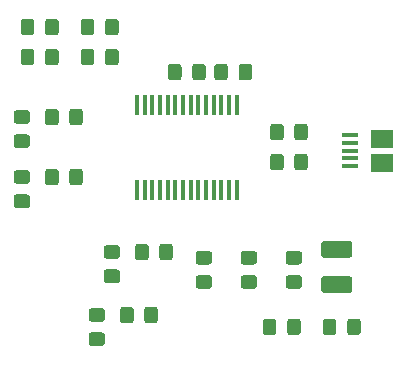
<source format=gbr>
%TF.GenerationSoftware,KiCad,Pcbnew,(5.1.6)-1*%
%TF.CreationDate,2020-08-24T13:49:57+03:00*%
%TF.ProjectId,PC1600SIO,50433136-3030-4534-994f-2e6b69636164,rev?*%
%TF.SameCoordinates,Original*%
%TF.FileFunction,Paste,Top*%
%TF.FilePolarity,Positive*%
%FSLAX46Y46*%
G04 Gerber Fmt 4.6, Leading zero omitted, Abs format (unit mm)*
G04 Created by KiCad (PCBNEW (5.1.6)-1) date 2020-08-24 13:49:57*
%MOMM*%
%LPD*%
G01*
G04 APERTURE LIST*
%ADD10R,0.450000X1.750000*%
%ADD11R,1.900000X1.500000*%
%ADD12R,1.350000X0.400000*%
G04 APERTURE END LIST*
D10*
%TO.C,U1*%
X120235000Y-120860000D03*
X120885000Y-120860000D03*
X121535000Y-120860000D03*
X122185000Y-120860000D03*
X122835000Y-120860000D03*
X123485000Y-120860000D03*
X124135000Y-120860000D03*
X124785000Y-120860000D03*
X125435000Y-120860000D03*
X126085000Y-120860000D03*
X126735000Y-120860000D03*
X127385000Y-120860000D03*
X128035000Y-120860000D03*
X128685000Y-120860000D03*
X128685000Y-128060000D03*
X128035000Y-128060000D03*
X127385000Y-128060000D03*
X126735000Y-128060000D03*
X126085000Y-128060000D03*
X125435000Y-128060000D03*
X124785000Y-128060000D03*
X124135000Y-128060000D03*
X123485000Y-128060000D03*
X122835000Y-128060000D03*
X122185000Y-128060000D03*
X121535000Y-128060000D03*
X120885000Y-128060000D03*
X120235000Y-128060000D03*
%TD*%
%TO.C,R13*%
G36*
G01*
X116635000Y-113849999D02*
X116635000Y-114750001D01*
G75*
G02*
X116385001Y-115000000I-249999J0D01*
G01*
X115734999Y-115000000D01*
G75*
G02*
X115485000Y-114750001I0J249999D01*
G01*
X115485000Y-113849999D01*
G75*
G02*
X115734999Y-113600000I249999J0D01*
G01*
X116385001Y-113600000D01*
G75*
G02*
X116635000Y-113849999I0J-249999D01*
G01*
G37*
G36*
G01*
X118685000Y-113849999D02*
X118685000Y-114750001D01*
G75*
G02*
X118435001Y-115000000I-249999J0D01*
G01*
X117784999Y-115000000D01*
G75*
G02*
X117535000Y-114750001I0J249999D01*
G01*
X117535000Y-113849999D01*
G75*
G02*
X117784999Y-113600000I249999J0D01*
G01*
X118435001Y-113600000D01*
G75*
G02*
X118685000Y-113849999I0J-249999D01*
G01*
G37*
%TD*%
%TO.C,R12*%
G36*
G01*
X116635000Y-116389999D02*
X116635000Y-117290001D01*
G75*
G02*
X116385001Y-117540000I-249999J0D01*
G01*
X115734999Y-117540000D01*
G75*
G02*
X115485000Y-117290001I0J249999D01*
G01*
X115485000Y-116389999D01*
G75*
G02*
X115734999Y-116140000I249999J0D01*
G01*
X116385001Y-116140000D01*
G75*
G02*
X116635000Y-116389999I0J-249999D01*
G01*
G37*
G36*
G01*
X118685000Y-116389999D02*
X118685000Y-117290001D01*
G75*
G02*
X118435001Y-117540000I-249999J0D01*
G01*
X117784999Y-117540000D01*
G75*
G02*
X117535000Y-117290001I0J249999D01*
G01*
X117535000Y-116389999D01*
G75*
G02*
X117784999Y-116140000I249999J0D01*
G01*
X118435001Y-116140000D01*
G75*
G02*
X118685000Y-116389999I0J-249999D01*
G01*
G37*
%TD*%
%TO.C,R11*%
G36*
G01*
X132948000Y-140142001D02*
X132948000Y-139241999D01*
G75*
G02*
X133197999Y-138992000I249999J0D01*
G01*
X133848001Y-138992000D01*
G75*
G02*
X134098000Y-139241999I0J-249999D01*
G01*
X134098000Y-140142001D01*
G75*
G02*
X133848001Y-140392000I-249999J0D01*
G01*
X133197999Y-140392000D01*
G75*
G02*
X132948000Y-140142001I0J249999D01*
G01*
G37*
G36*
G01*
X130898000Y-140142001D02*
X130898000Y-139241999D01*
G75*
G02*
X131147999Y-138992000I249999J0D01*
G01*
X131798001Y-138992000D01*
G75*
G02*
X132048000Y-139241999I0J-249999D01*
G01*
X132048000Y-140142001D01*
G75*
G02*
X131798001Y-140392000I-249999J0D01*
G01*
X131147999Y-140392000D01*
G75*
G02*
X130898000Y-140142001I0J249999D01*
G01*
G37*
%TD*%
%TO.C,R10*%
G36*
G01*
X133555000Y-126180001D02*
X133555000Y-125279999D01*
G75*
G02*
X133804999Y-125030000I249999J0D01*
G01*
X134455001Y-125030000D01*
G75*
G02*
X134705000Y-125279999I0J-249999D01*
G01*
X134705000Y-126180001D01*
G75*
G02*
X134455001Y-126430000I-249999J0D01*
G01*
X133804999Y-126430000D01*
G75*
G02*
X133555000Y-126180001I0J249999D01*
G01*
G37*
G36*
G01*
X131505000Y-126180001D02*
X131505000Y-125279999D01*
G75*
G02*
X131754999Y-125030000I249999J0D01*
G01*
X132405001Y-125030000D01*
G75*
G02*
X132655000Y-125279999I0J-249999D01*
G01*
X132655000Y-126180001D01*
G75*
G02*
X132405001Y-126430000I-249999J0D01*
G01*
X131754999Y-126430000D01*
G75*
G02*
X131505000Y-126180001I0J249999D01*
G01*
G37*
%TD*%
%TO.C,R9*%
G36*
G01*
X133555000Y-123640001D02*
X133555000Y-122739999D01*
G75*
G02*
X133804999Y-122490000I249999J0D01*
G01*
X134455001Y-122490000D01*
G75*
G02*
X134705000Y-122739999I0J-249999D01*
G01*
X134705000Y-123640001D01*
G75*
G02*
X134455001Y-123890000I-249999J0D01*
G01*
X133804999Y-123890000D01*
G75*
G02*
X133555000Y-123640001I0J249999D01*
G01*
G37*
G36*
G01*
X131505000Y-123640001D02*
X131505000Y-122739999D01*
G75*
G02*
X131754999Y-122490000I249999J0D01*
G01*
X132405001Y-122490000D01*
G75*
G02*
X132655000Y-122739999I0J-249999D01*
G01*
X132655000Y-123640001D01*
G75*
G02*
X132405001Y-123890000I-249999J0D01*
G01*
X131754999Y-123890000D01*
G75*
G02*
X131505000Y-123640001I0J249999D01*
G01*
G37*
%TD*%
%TO.C,R8*%
G36*
G01*
X117659999Y-134825000D02*
X118560001Y-134825000D01*
G75*
G02*
X118810000Y-135074999I0J-249999D01*
G01*
X118810000Y-135725001D01*
G75*
G02*
X118560001Y-135975000I-249999J0D01*
G01*
X117659999Y-135975000D01*
G75*
G02*
X117410000Y-135725001I0J249999D01*
G01*
X117410000Y-135074999D01*
G75*
G02*
X117659999Y-134825000I249999J0D01*
G01*
G37*
G36*
G01*
X117659999Y-132775000D02*
X118560001Y-132775000D01*
G75*
G02*
X118810000Y-133024999I0J-249999D01*
G01*
X118810000Y-133675001D01*
G75*
G02*
X118560001Y-133925000I-249999J0D01*
G01*
X117659999Y-133925000D01*
G75*
G02*
X117410000Y-133675001I0J249999D01*
G01*
X117410000Y-133024999D01*
G75*
G02*
X117659999Y-132775000I249999J0D01*
G01*
G37*
%TD*%
%TO.C,R7*%
G36*
G01*
X116389999Y-140150000D02*
X117290001Y-140150000D01*
G75*
G02*
X117540000Y-140399999I0J-249999D01*
G01*
X117540000Y-141050001D01*
G75*
G02*
X117290001Y-141300000I-249999J0D01*
G01*
X116389999Y-141300000D01*
G75*
G02*
X116140000Y-141050001I0J249999D01*
G01*
X116140000Y-140399999D01*
G75*
G02*
X116389999Y-140150000I249999J0D01*
G01*
G37*
G36*
G01*
X116389999Y-138100000D02*
X117290001Y-138100000D01*
G75*
G02*
X117540000Y-138349999I0J-249999D01*
G01*
X117540000Y-139000001D01*
G75*
G02*
X117290001Y-139250000I-249999J0D01*
G01*
X116389999Y-139250000D01*
G75*
G02*
X116140000Y-139000001I0J249999D01*
G01*
X116140000Y-138349999D01*
G75*
G02*
X116389999Y-138100000I249999J0D01*
G01*
G37*
%TD*%
%TO.C,R6*%
G36*
G01*
X110039999Y-128475000D02*
X110940001Y-128475000D01*
G75*
G02*
X111190000Y-128724999I0J-249999D01*
G01*
X111190000Y-129375001D01*
G75*
G02*
X110940001Y-129625000I-249999J0D01*
G01*
X110039999Y-129625000D01*
G75*
G02*
X109790000Y-129375001I0J249999D01*
G01*
X109790000Y-128724999D01*
G75*
G02*
X110039999Y-128475000I249999J0D01*
G01*
G37*
G36*
G01*
X110039999Y-126425000D02*
X110940001Y-126425000D01*
G75*
G02*
X111190000Y-126674999I0J-249999D01*
G01*
X111190000Y-127325001D01*
G75*
G02*
X110940001Y-127575000I-249999J0D01*
G01*
X110039999Y-127575000D01*
G75*
G02*
X109790000Y-127325001I0J249999D01*
G01*
X109790000Y-126674999D01*
G75*
G02*
X110039999Y-126425000I249999J0D01*
G01*
G37*
%TD*%
%TO.C,R5*%
G36*
G01*
X110039999Y-123386000D02*
X110940001Y-123386000D01*
G75*
G02*
X111190000Y-123635999I0J-249999D01*
G01*
X111190000Y-124286001D01*
G75*
G02*
X110940001Y-124536000I-249999J0D01*
G01*
X110039999Y-124536000D01*
G75*
G02*
X109790000Y-124286001I0J249999D01*
G01*
X109790000Y-123635999D01*
G75*
G02*
X110039999Y-123386000I249999J0D01*
G01*
G37*
G36*
G01*
X110039999Y-121336000D02*
X110940001Y-121336000D01*
G75*
G02*
X111190000Y-121585999I0J-249999D01*
G01*
X111190000Y-122236001D01*
G75*
G02*
X110940001Y-122486000I-249999J0D01*
G01*
X110039999Y-122486000D01*
G75*
G02*
X109790000Y-122236001I0J249999D01*
G01*
X109790000Y-121585999D01*
G75*
G02*
X110039999Y-121336000I249999J0D01*
G01*
G37*
%TD*%
%TO.C,R4*%
G36*
G01*
X121225000Y-132899999D02*
X121225000Y-133800001D01*
G75*
G02*
X120975001Y-134050000I-249999J0D01*
G01*
X120324999Y-134050000D01*
G75*
G02*
X120075000Y-133800001I0J249999D01*
G01*
X120075000Y-132899999D01*
G75*
G02*
X120324999Y-132650000I249999J0D01*
G01*
X120975001Y-132650000D01*
G75*
G02*
X121225000Y-132899999I0J-249999D01*
G01*
G37*
G36*
G01*
X123275000Y-132899999D02*
X123275000Y-133800001D01*
G75*
G02*
X123025001Y-134050000I-249999J0D01*
G01*
X122374999Y-134050000D01*
G75*
G02*
X122125000Y-133800001I0J249999D01*
G01*
X122125000Y-132899999D01*
G75*
G02*
X122374999Y-132650000I249999J0D01*
G01*
X123025001Y-132650000D01*
G75*
G02*
X123275000Y-132899999I0J-249999D01*
G01*
G37*
%TD*%
%TO.C,R3*%
G36*
G01*
X119955000Y-138233999D02*
X119955000Y-139134001D01*
G75*
G02*
X119705001Y-139384000I-249999J0D01*
G01*
X119054999Y-139384000D01*
G75*
G02*
X118805000Y-139134001I0J249999D01*
G01*
X118805000Y-138233999D01*
G75*
G02*
X119054999Y-137984000I249999J0D01*
G01*
X119705001Y-137984000D01*
G75*
G02*
X119955000Y-138233999I0J-249999D01*
G01*
G37*
G36*
G01*
X122005000Y-138233999D02*
X122005000Y-139134001D01*
G75*
G02*
X121755001Y-139384000I-249999J0D01*
G01*
X121104999Y-139384000D01*
G75*
G02*
X120855000Y-139134001I0J249999D01*
G01*
X120855000Y-138233999D01*
G75*
G02*
X121104999Y-137984000I249999J0D01*
G01*
X121755001Y-137984000D01*
G75*
G02*
X122005000Y-138233999I0J-249999D01*
G01*
G37*
%TD*%
%TO.C,R2*%
G36*
G01*
X113605000Y-126549999D02*
X113605000Y-127450001D01*
G75*
G02*
X113355001Y-127700000I-249999J0D01*
G01*
X112704999Y-127700000D01*
G75*
G02*
X112455000Y-127450001I0J249999D01*
G01*
X112455000Y-126549999D01*
G75*
G02*
X112704999Y-126300000I249999J0D01*
G01*
X113355001Y-126300000D01*
G75*
G02*
X113605000Y-126549999I0J-249999D01*
G01*
G37*
G36*
G01*
X115655000Y-126549999D02*
X115655000Y-127450001D01*
G75*
G02*
X115405001Y-127700000I-249999J0D01*
G01*
X114754999Y-127700000D01*
G75*
G02*
X114505000Y-127450001I0J249999D01*
G01*
X114505000Y-126549999D01*
G75*
G02*
X114754999Y-126300000I249999J0D01*
G01*
X115405001Y-126300000D01*
G75*
G02*
X115655000Y-126549999I0J-249999D01*
G01*
G37*
%TD*%
%TO.C,R1*%
G36*
G01*
X113605000Y-121469999D02*
X113605000Y-122370001D01*
G75*
G02*
X113355001Y-122620000I-249999J0D01*
G01*
X112704999Y-122620000D01*
G75*
G02*
X112455000Y-122370001I0J249999D01*
G01*
X112455000Y-121469999D01*
G75*
G02*
X112704999Y-121220000I249999J0D01*
G01*
X113355001Y-121220000D01*
G75*
G02*
X113605000Y-121469999I0J-249999D01*
G01*
G37*
G36*
G01*
X115655000Y-121469999D02*
X115655000Y-122370001D01*
G75*
G02*
X115405001Y-122620000I-249999J0D01*
G01*
X114754999Y-122620000D01*
G75*
G02*
X114505000Y-122370001I0J249999D01*
G01*
X114505000Y-121469999D01*
G75*
G02*
X114754999Y-121220000I249999J0D01*
G01*
X115405001Y-121220000D01*
G75*
G02*
X115655000Y-121469999I0J-249999D01*
G01*
G37*
%TD*%
D11*
%TO.C,J8*%
X140969500Y-125770000D03*
D12*
X138269500Y-124770000D03*
X138269500Y-124120000D03*
X138269500Y-123470000D03*
X138269500Y-126070000D03*
X138269500Y-125420000D03*
D11*
X140969500Y-123770000D03*
%TD*%
%TO.C,F1*%
G36*
G01*
X138235000Y-133837000D02*
X136085000Y-133837000D01*
G75*
G02*
X135835000Y-133587000I0J250000D01*
G01*
X135835000Y-132662000D01*
G75*
G02*
X136085000Y-132412000I250000J0D01*
G01*
X138235000Y-132412000D01*
G75*
G02*
X138485000Y-132662000I0J-250000D01*
G01*
X138485000Y-133587000D01*
G75*
G02*
X138235000Y-133837000I-250000J0D01*
G01*
G37*
G36*
G01*
X138235000Y-136812000D02*
X136085000Y-136812000D01*
G75*
G02*
X135835000Y-136562000I0J250000D01*
G01*
X135835000Y-135637000D01*
G75*
G02*
X136085000Y-135387000I250000J0D01*
G01*
X138235000Y-135387000D01*
G75*
G02*
X138485000Y-135637000I0J-250000D01*
G01*
X138485000Y-136562000D01*
G75*
G02*
X138235000Y-136812000I-250000J0D01*
G01*
G37*
%TD*%
%TO.C,D3*%
G36*
G01*
X111555000Y-113849999D02*
X111555000Y-114750001D01*
G75*
G02*
X111305001Y-115000000I-249999J0D01*
G01*
X110654999Y-115000000D01*
G75*
G02*
X110405000Y-114750001I0J249999D01*
G01*
X110405000Y-113849999D01*
G75*
G02*
X110654999Y-113600000I249999J0D01*
G01*
X111305001Y-113600000D01*
G75*
G02*
X111555000Y-113849999I0J-249999D01*
G01*
G37*
G36*
G01*
X113605000Y-113849999D02*
X113605000Y-114750001D01*
G75*
G02*
X113355001Y-115000000I-249999J0D01*
G01*
X112704999Y-115000000D01*
G75*
G02*
X112455000Y-114750001I0J249999D01*
G01*
X112455000Y-113849999D01*
G75*
G02*
X112704999Y-113600000I249999J0D01*
G01*
X113355001Y-113600000D01*
G75*
G02*
X113605000Y-113849999I0J-249999D01*
G01*
G37*
%TD*%
%TO.C,D2*%
G36*
G01*
X111555000Y-116389999D02*
X111555000Y-117290001D01*
G75*
G02*
X111305001Y-117540000I-249999J0D01*
G01*
X110654999Y-117540000D01*
G75*
G02*
X110405000Y-117290001I0J249999D01*
G01*
X110405000Y-116389999D01*
G75*
G02*
X110654999Y-116140000I249999J0D01*
G01*
X111305001Y-116140000D01*
G75*
G02*
X111555000Y-116389999I0J-249999D01*
G01*
G37*
G36*
G01*
X113605000Y-116389999D02*
X113605000Y-117290001D01*
G75*
G02*
X113355001Y-117540000I-249999J0D01*
G01*
X112704999Y-117540000D01*
G75*
G02*
X112455000Y-117290001I0J249999D01*
G01*
X112455000Y-116389999D01*
G75*
G02*
X112704999Y-116140000I249999J0D01*
G01*
X113355001Y-116140000D01*
G75*
G02*
X113605000Y-116389999I0J-249999D01*
G01*
G37*
%TD*%
%TO.C,D1*%
G36*
G01*
X138028000Y-140142001D02*
X138028000Y-139241999D01*
G75*
G02*
X138277999Y-138992000I249999J0D01*
G01*
X138928001Y-138992000D01*
G75*
G02*
X139178000Y-139241999I0J-249999D01*
G01*
X139178000Y-140142001D01*
G75*
G02*
X138928001Y-140392000I-249999J0D01*
G01*
X138277999Y-140392000D01*
G75*
G02*
X138028000Y-140142001I0J249999D01*
G01*
G37*
G36*
G01*
X135978000Y-140142001D02*
X135978000Y-139241999D01*
G75*
G02*
X136227999Y-138992000I249999J0D01*
G01*
X136878001Y-138992000D01*
G75*
G02*
X137128000Y-139241999I0J-249999D01*
G01*
X137128000Y-140142001D01*
G75*
G02*
X136878001Y-140392000I-249999J0D01*
G01*
X136227999Y-140392000D01*
G75*
G02*
X135978000Y-140142001I0J249999D01*
G01*
G37*
%TD*%
%TO.C,C5*%
G36*
G01*
X124010000Y-117659999D02*
X124010000Y-118560001D01*
G75*
G02*
X123760001Y-118810000I-249999J0D01*
G01*
X123109999Y-118810000D01*
G75*
G02*
X122860000Y-118560001I0J249999D01*
G01*
X122860000Y-117659999D01*
G75*
G02*
X123109999Y-117410000I249999J0D01*
G01*
X123760001Y-117410000D01*
G75*
G02*
X124010000Y-117659999I0J-249999D01*
G01*
G37*
G36*
G01*
X126060000Y-117659999D02*
X126060000Y-118560001D01*
G75*
G02*
X125810001Y-118810000I-249999J0D01*
G01*
X125159999Y-118810000D01*
G75*
G02*
X124910000Y-118560001I0J249999D01*
G01*
X124910000Y-117659999D01*
G75*
G02*
X125159999Y-117410000I249999J0D01*
G01*
X125810001Y-117410000D01*
G75*
G02*
X126060000Y-117659999I0J-249999D01*
G01*
G37*
%TD*%
%TO.C,C4*%
G36*
G01*
X126353001Y-134407000D02*
X125452999Y-134407000D01*
G75*
G02*
X125203000Y-134157001I0J249999D01*
G01*
X125203000Y-133506999D01*
G75*
G02*
X125452999Y-133257000I249999J0D01*
G01*
X126353001Y-133257000D01*
G75*
G02*
X126603000Y-133506999I0J-249999D01*
G01*
X126603000Y-134157001D01*
G75*
G02*
X126353001Y-134407000I-249999J0D01*
G01*
G37*
G36*
G01*
X126353001Y-136457000D02*
X125452999Y-136457000D01*
G75*
G02*
X125203000Y-136207001I0J249999D01*
G01*
X125203000Y-135556999D01*
G75*
G02*
X125452999Y-135307000I249999J0D01*
G01*
X126353001Y-135307000D01*
G75*
G02*
X126603000Y-135556999I0J-249999D01*
G01*
X126603000Y-136207001D01*
G75*
G02*
X126353001Y-136457000I-249999J0D01*
G01*
G37*
%TD*%
%TO.C,C3*%
G36*
G01*
X130163001Y-134407000D02*
X129262999Y-134407000D01*
G75*
G02*
X129013000Y-134157001I0J249999D01*
G01*
X129013000Y-133506999D01*
G75*
G02*
X129262999Y-133257000I249999J0D01*
G01*
X130163001Y-133257000D01*
G75*
G02*
X130413000Y-133506999I0J-249999D01*
G01*
X130413000Y-134157001D01*
G75*
G02*
X130163001Y-134407000I-249999J0D01*
G01*
G37*
G36*
G01*
X130163001Y-136457000D02*
X129262999Y-136457000D01*
G75*
G02*
X129013000Y-136207001I0J249999D01*
G01*
X129013000Y-135556999D01*
G75*
G02*
X129262999Y-135307000I249999J0D01*
G01*
X130163001Y-135307000D01*
G75*
G02*
X130413000Y-135556999I0J-249999D01*
G01*
X130413000Y-136207001D01*
G75*
G02*
X130163001Y-136457000I-249999J0D01*
G01*
G37*
%TD*%
%TO.C,C2*%
G36*
G01*
X133973001Y-134407000D02*
X133072999Y-134407000D01*
G75*
G02*
X132823000Y-134157001I0J249999D01*
G01*
X132823000Y-133506999D01*
G75*
G02*
X133072999Y-133257000I249999J0D01*
G01*
X133973001Y-133257000D01*
G75*
G02*
X134223000Y-133506999I0J-249999D01*
G01*
X134223000Y-134157001D01*
G75*
G02*
X133973001Y-134407000I-249999J0D01*
G01*
G37*
G36*
G01*
X133973001Y-136457000D02*
X133072999Y-136457000D01*
G75*
G02*
X132823000Y-136207001I0J249999D01*
G01*
X132823000Y-135556999D01*
G75*
G02*
X133072999Y-135307000I249999J0D01*
G01*
X133973001Y-135307000D01*
G75*
G02*
X134223000Y-135556999I0J-249999D01*
G01*
X134223000Y-136207001D01*
G75*
G02*
X133973001Y-136457000I-249999J0D01*
G01*
G37*
%TD*%
%TO.C,C1*%
G36*
G01*
X127938000Y-117659999D02*
X127938000Y-118560001D01*
G75*
G02*
X127688001Y-118810000I-249999J0D01*
G01*
X127037999Y-118810000D01*
G75*
G02*
X126788000Y-118560001I0J249999D01*
G01*
X126788000Y-117659999D01*
G75*
G02*
X127037999Y-117410000I249999J0D01*
G01*
X127688001Y-117410000D01*
G75*
G02*
X127938000Y-117659999I0J-249999D01*
G01*
G37*
G36*
G01*
X129988000Y-117659999D02*
X129988000Y-118560001D01*
G75*
G02*
X129738001Y-118810000I-249999J0D01*
G01*
X129087999Y-118810000D01*
G75*
G02*
X128838000Y-118560001I0J249999D01*
G01*
X128838000Y-117659999D01*
G75*
G02*
X129087999Y-117410000I249999J0D01*
G01*
X129738001Y-117410000D01*
G75*
G02*
X129988000Y-117659999I0J-249999D01*
G01*
G37*
%TD*%
M02*

</source>
